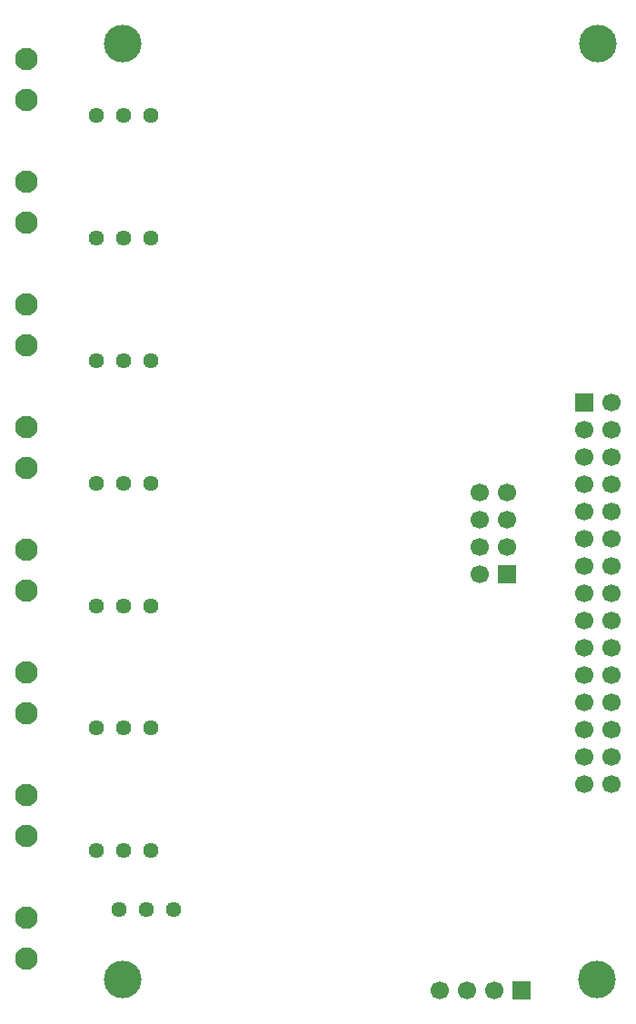
<source format=gbr>
%TF.GenerationSoftware,KiCad,Pcbnew,9.0.1*%
%TF.CreationDate,2025-04-04T11:50:33+11:00*%
%TF.ProjectId,v7_equip_analog,76375f65-7175-4697-905f-616e616c6f67,rev?*%
%TF.SameCoordinates,Original*%
%TF.FileFunction,Soldermask,Bot*%
%TF.FilePolarity,Negative*%
%FSLAX46Y46*%
G04 Gerber Fmt 4.6, Leading zero omitted, Abs format (unit mm)*
G04 Created by KiCad (PCBNEW 9.0.1) date 2025-04-04 11:50:33*
%MOMM*%
%LPD*%
G01*
G04 APERTURE LIST*
%ADD10R,1.700000X1.700000*%
%ADD11C,1.700000*%
%ADD12C,1.440000*%
%ADD13C,2.100000*%
%ADD14C,3.500000*%
G04 APERTURE END LIST*
D10*
%TO.C,J8*%
X47802800Y-53441600D03*
D11*
X45262800Y-53441600D03*
X47802800Y-50901600D03*
X45262800Y-50901600D03*
X47802800Y-48361600D03*
X45262800Y-48361600D03*
X47802800Y-45821600D03*
X45262800Y-45821600D03*
%TD*%
D10*
%TO.C,J3*%
X54991000Y-37439600D03*
D11*
X57531000Y-37439600D03*
X54991000Y-39979600D03*
X57531000Y-39979600D03*
X54991000Y-42519600D03*
X57531000Y-42519600D03*
X54991000Y-45059600D03*
X57531000Y-45059600D03*
X54991000Y-47599600D03*
X57531000Y-47599600D03*
X54991000Y-50139600D03*
X57531000Y-50139600D03*
X54991000Y-52679600D03*
X57531000Y-52679600D03*
X54991000Y-55219600D03*
X57531000Y-55219600D03*
X54991000Y-57759600D03*
X57531000Y-57759600D03*
X54991000Y-60299600D03*
X57531000Y-60299600D03*
X54991000Y-62839600D03*
X57531000Y-62839600D03*
X54991000Y-65379600D03*
X57531000Y-65379600D03*
X54991000Y-67919600D03*
X57531000Y-67919600D03*
X54991000Y-70459600D03*
X57531000Y-70459600D03*
X54991000Y-72999600D03*
X57531000Y-72999600D03*
%TD*%
D10*
%TO.C,CON1*%
X49123600Y-92252800D03*
D11*
X46583600Y-92252800D03*
X44043600Y-92252800D03*
X41503600Y-92252800D03*
%TD*%
D12*
%TO.C,RV8*%
X16713200Y-84683600D03*
X14173200Y-84683600D03*
X11633200Y-84683600D03*
%TD*%
%TO.C,RV2*%
X14554200Y-22136100D03*
X12014200Y-22136100D03*
X9474200Y-22136100D03*
%TD*%
%TO.C,RV5*%
X14554200Y-67805300D03*
X12014200Y-67805300D03*
X9474200Y-67805300D03*
%TD*%
%TO.C,RV4*%
X14554200Y-33553400D03*
X12014200Y-33553400D03*
X9474200Y-33553400D03*
%TD*%
%TO.C,RV6*%
X14554200Y-56388000D03*
X12014200Y-56388000D03*
X9474200Y-56388000D03*
%TD*%
%TO.C,RV7*%
X14554200Y-79222600D03*
X12014200Y-79222600D03*
X9474200Y-79222600D03*
%TD*%
%TO.C,RV3*%
X14554200Y-44970700D03*
X12014200Y-44970700D03*
X9474200Y-44970700D03*
%TD*%
%TO.C,RV1*%
X14554200Y-10718800D03*
X12014200Y-10718800D03*
X9474200Y-10718800D03*
%TD*%
D13*
%TO.C,J1*%
X3000000Y-9300000D03*
X3000000Y-5490000D03*
%TD*%
D14*
%TO.C,H4*%
X56184800Y-91262200D03*
%TD*%
D13*
%TO.C,J4*%
X3000000Y-43585713D03*
X3000000Y-39775713D03*
%TD*%
%TO.C,J5*%
X3000000Y-32157142D03*
X3000000Y-28347142D03*
%TD*%
%TO.C,J2*%
X3000000Y-20728571D03*
X3000000Y-16918571D03*
%TD*%
%TO.C,J10*%
X3000000Y-89300000D03*
X3000000Y-85490000D03*
%TD*%
%TO.C,J7*%
X3000000Y-55014284D03*
X3000000Y-51204284D03*
%TD*%
%TO.C,J6*%
X3000000Y-66442855D03*
X3000000Y-62632855D03*
%TD*%
D14*
%TO.C,H2*%
X56235600Y-3982200D03*
%TD*%
D13*
%TO.C,J9*%
X3000000Y-77871426D03*
X3000000Y-74061426D03*
%TD*%
D14*
%TO.C,H1*%
X12000000Y-3982200D03*
%TD*%
%TO.C,H3*%
X12000000Y-91262200D03*
%TD*%
M02*

</source>
